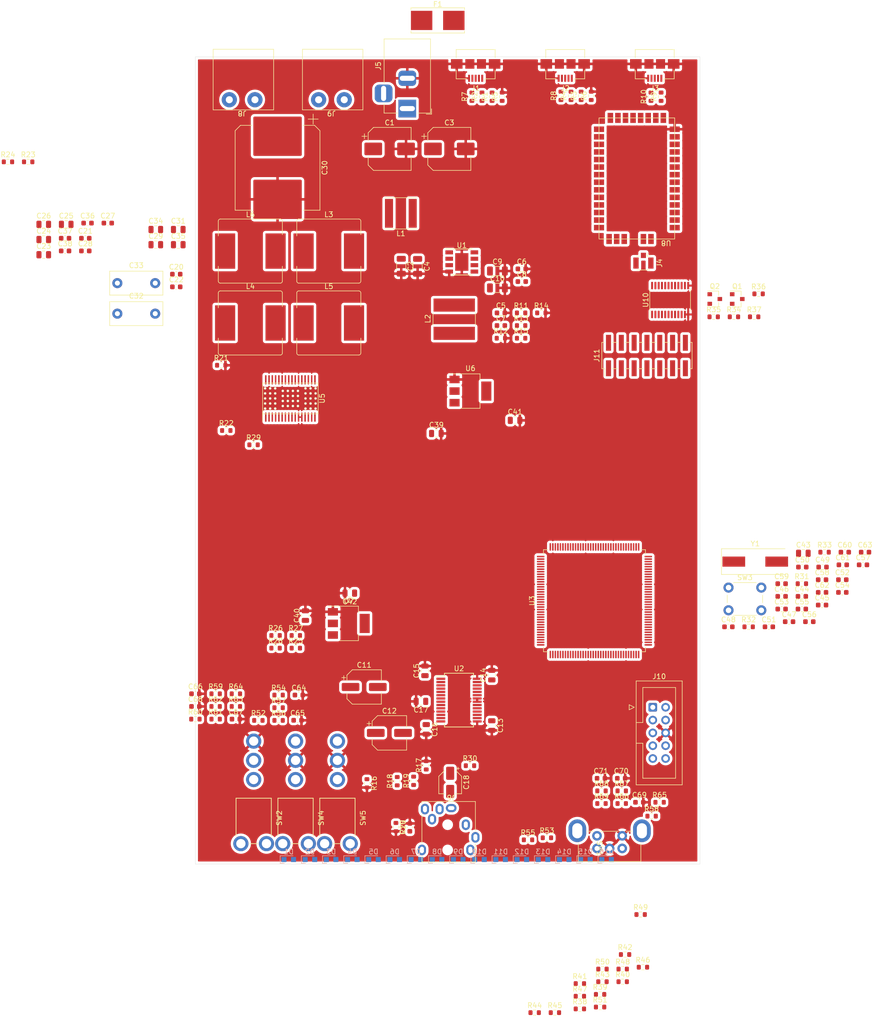
<source format=kicad_pcb>
(kicad_pcb (version 20201116) (generator pcbnew)

  (general
    (thickness 1.6)
  )

  (paper "A4")
  (layers
    (0 "F.Cu" signal)
    (31 "B.Cu" signal)
    (32 "B.Adhes" user "B.Adhesive")
    (33 "F.Adhes" user "F.Adhesive")
    (34 "B.Paste" user)
    (35 "F.Paste" user)
    (36 "B.SilkS" user "B.Silkscreen")
    (37 "F.SilkS" user "F.Silkscreen")
    (38 "B.Mask" user)
    (39 "F.Mask" user)
    (40 "Dwgs.User" user "User.Drawings")
    (41 "Cmts.User" user "User.Comments")
    (42 "Eco1.User" user "User.Eco1")
    (43 "Eco2.User" user "User.Eco2")
    (44 "Edge.Cuts" user)
    (45 "Margin" user)
    (46 "B.CrtYd" user "B.Courtyard")
    (47 "F.CrtYd" user "F.Courtyard")
    (48 "B.Fab" user)
    (49 "F.Fab" user)
  )

  (setup
    (pcbplotparams
      (layerselection 0x00010fc_ffffffff)
      (disableapertmacros false)
      (usegerberextensions false)
      (usegerberattributes true)
      (usegerberadvancedattributes true)
      (creategerberjobfile true)
      (svguseinch false)
      (svgprecision 6)
      (excludeedgelayer true)
      (plotframeref false)
      (viasonmask false)
      (mode 1)
      (useauxorigin false)
      (hpglpennumber 1)
      (hpglpenspeed 20)
      (hpglpendiameter 15.000000)
      (psnegative false)
      (psa4output false)
      (plotreference true)
      (plotvalue true)
      (plotinvisibletext false)
      (sketchpadsonfab false)
      (subtractmaskfromsilk false)
      (outputformat 1)
      (mirror false)
      (drillshape 1)
      (scaleselection 1)
      (outputdirectory "")
    )
  )


  (net 0 "")
  (net 1 "/~SPK_FAULT")
  (net 2 "/Processor/~RST")
  (net 3 "Net-(J10-Pad5)")
  (net 4 "/Processor/SWCLK")
  (net 5 "/~SPK_SD")
  (net 6 "/HP_DETECT")
  (net 7 "+5V")
  (net 8 "Net-(J10-Pad3)")
  (net 9 "/Processor/SWDIO")
  (net 10 "/Bluetooth/SCL")
  (net 11 "/MIC2")
  (net 12 "GND")
  (net 13 "Net-(R58-Pad2)")
  (net 14 "Net-(R59-Pad2)")
  (net 15 "/MIC1")
  (net 16 "Net-(D1-Pad1)")
  (net 17 "Net-(C31-Pad1)")
  (net 18 "Net-(C25-Pad2)")
  (net 19 "Net-(C24-Pad2)")
  (net 20 "Net-(C24-Pad1)")
  (net 21 "Net-(C25-Pad1)")
  (net 22 "Net-(C1-Pad1)")
  (net 23 "/19V_ANALOG")
  (net 24 "Net-(C5-Pad1)")
  (net 25 "Net-(C6-Pad1)")
  (net 26 "Net-(C7-Pad1)")
  (net 27 "Net-(C7-Pad2)")
  (net 28 "Net-(C8-Pad1)")
  (net 29 "+3.3VA")
  (net 30 "Net-(C11-Pad1)")
  (net 31 "Net-(C11-Pad2)")
  (net 32 "Net-(C12-Pad1)")
  (net 33 "Net-(C12-Pad2)")
  (net 34 "Net-(C13-Pad1)")
  (net 35 "/Speaker Amplifier/3.3V")
  (net 36 "Net-(C18-Pad1)")
  (net 37 "Net-(C18-Pad2)")
  (net 38 "Net-(C20-Pad1)")
  (net 39 "Net-(C23-Pad1)")
  (net 40 "Net-(C23-Pad2)")
  (net 41 "Net-(C26-Pad1)")
  (net 42 "Net-(C26-Pad2)")
  (net 43 "Net-(C29-Pad1)")
  (net 44 "Net-(C32-Pad1)")
  (net 45 "Net-(C33-Pad1)")
  (net 46 "Net-(C36-Pad1)")
  (net 47 "Net-(C36-Pad2)")
  (net 48 "Net-(C37-Pad1)")
  (net 49 "Net-(F1-Pad2)")
  (net 50 "Net-(J1-Pad1)")
  (net 51 "Net-(J1-Pad2)")
  (net 52 "Net-(J1-Pad3)")
  (net 53 "Net-(J1-Pad4)")
  (net 54 "Net-(J2-Pad1)")
  (net 55 "Net-(J2-Pad2)")
  (net 56 "Net-(J2-Pad3)")
  (net 57 "Net-(J2-Pad4)")
  (net 58 "Net-(J3-Pad1)")
  (net 59 "Net-(J3-Pad2)")
  (net 60 "Net-(J3-Pad3)")
  (net 61 "Net-(J3-Pad4)")
  (net 62 "Net-(J5-Pad3)")
  (net 63 "/Processor/USB1_DETECT")
  (net 64 "/Processor/USB1_DM")
  (net 65 "/Processor/USB2_DETECT")
  (net 66 "/Processor/USB2_DM")
  (net 67 "/Processor/USB1_DP")
  (net 68 "/Processor/USB2_DP")
  (net 69 "/Bluetooth/USB3_DM")
  (net 70 "/Bluetooth/USB3_DP")
  (net 71 "Net-(R11-Pad1)")
  (net 72 "Net-(R13-Pad1)")
  (net 73 "Net-(R18-Pad2)")
  (net 74 "Net-(R19-Pad2)")
  (net 75 "Net-(R22-Pad1)")
  (net 76 "Net-(SW2-Pad1)")
  (net 77 "Net-(D2-Pad1)")
  (net 78 "/BT2")
  (net 79 "Net-(U2-Pad2)")
  (net 80 "Net-(J4-Pad1)")
  (net 81 "Net-(J4-Pad2)")
  (net 82 "/AMP_I2C_SDA")
  (net 83 "Net-(R25-Pad2)")
  (net 84 "Net-(U2-Pad12)")
  (net 85 "Net-(U2-Pad13)")
  (net 86 "Net-(U2-Pad19)")
  (net 87 "Net-(U2-Pad20)")
  (net 88 "/SDO")
  (net 89 "Net-(R26-Pad2)")
  (net 90 "Net-(D3-Pad1)")
  (net 91 "Net-(U2-Pad26)")
  (net 92 "Net-(U3-Pad1)")
  (net 93 "Net-(U3-Pad2)")
  (net 94 "Net-(U3-Pad3)")
  (net 95 "Net-(U3-Pad4)")
  (net 96 "Net-(U3-Pad5)")
  (net 97 "+3V3")
  (net 98 "Net-(U3-Pad7)")
  (net 99 "Net-(U3-Pad8)")
  (net 100 "Net-(U3-Pad9)")
  (net 101 "/BT_I2C_SDA")
  (net 102 "/BT_I2C_SCL")
  (net 103 "Net-(U3-Pad12)")
  (net 104 "Net-(U3-Pad13)")
  (net 105 "Net-(U3-Pad14)")
  (net 106 "Net-(U3-Pad15)")
  (net 107 "Net-(U3-Pad18)")
  (net 108 "Net-(U3-Pad19)")
  (net 109 "Net-(U3-Pad20)")
  (net 110 "Net-(U3-Pad21)")
  (net 111 "Net-(U3-Pad22)")
  (net 112 "Net-(C49-Pad2)")
  (net 113 "Net-(C50-Pad2)")
  (net 114 "/Bluetooth/SCL_1V8")
  (net 115 "Net-(U3-Pad26)")
  (net 116 "Net-(U3-Pad27)")
  (net 117 "/AMP_I2S_SDI")
  (net 118 "/AMP_I2S_SDO")
  (net 119 "/Bluetooth/SDA")
  (net 120 "Net-(U3-Pad34)")
  (net 121 "Net-(U3-Pad35)")
  (net 122 "Net-(U3-Pad36)")
  (net 123 "Net-(U3-Pad37)")
  (net 124 "Net-(U3-Pad40)")
  (net 125 "Net-(U3-Pad41)")
  (net 126 "Net-(U3-Pad42)")
  (net 127 "Net-(U3-Pad43)")
  (net 128 "Net-(U3-Pad44)")
  (net 129 "Net-(U3-Pad45)")
  (net 130 "Net-(U3-Pad46)")
  (net 131 "Net-(U3-Pad47)")
  (net 132 "Net-(U3-Pad48)")
  (net 133 "Net-(U3-Pad49)")
  (net 134 "Net-(U3-Pad50)")
  (net 135 "Net-(R27-Pad2)")
  (net 136 "Net-(R28-Pad2)")
  (net 137 "Net-(U3-Pad56)")
  (net 138 "Net-(U3-Pad57)")
  (net 139 "Net-(U3-Pad58)")
  (net 140 "Net-(U3-Pad59)")
  (net 141 "Net-(U3-Pad60)")
  (net 142 "Net-(U3-Pad63)")
  (net 143 "Net-(U3-Pad64)")
  (net 144 "Net-(U3-Pad65)")
  (net 145 "Net-(U3-Pad66)")
  (net 146 "Net-(U3-Pad67)")
  (net 147 "Net-(U3-Pad68)")
  (net 148 "/AMP_I2S_CK")
  (net 149 "Net-(U3-Pad70)")
  (net 150 "Net-(C52-Pad1)")
  (net 151 "Net-(U3-Pad73)")
  (net 152 "Net-(U3-Pad77)")
  (net 153 "Net-(U3-Pad78)")
  (net 154 "Net-(U3-Pad79)")
  (net 155 "Net-(U3-Pad80)")
  (net 156 "Net-(U3-Pad81)")
  (net 157 "Net-(U3-Pad82)")
  (net 158 "Net-(U3-Pad85)")
  (net 159 "Net-(U3-Pad86)")
  (net 160 "Net-(U3-Pad87)")
  (net 161 "Net-(U3-Pad88)")
  (net 162 "Net-(U3-Pad89)")
  (net 163 "Net-(U3-Pad90)")
  (net 164 "Net-(U3-Pad91)")
  (net 165 "Net-(U3-Pad92)")
  (net 166 "Net-(U3-Pad93)")
  (net 167 "/AMP_I2S_MCK")
  (net 168 "/BT_I2S_MCK")
  (net 169 "Net-(U3-Pad98)")
  (net 170 "Net-(U3-Pad99)")
  (net 171 "Net-(U3-Pad100)")
  (net 172 "Net-(U3-Pad101)")
  (net 173 "/Bluetooth/SDA_1V8")
  (net 174 "Net-(C54-Pad1)")
  (net 175 "/BT_I2S_WS")
  (net 176 "Net-(U3-Pad111)")
  (net 177 "Net-(U3-Pad112)")
  (net 178 "Net-(U3-Pad113)")
  (net 179 "Net-(U3-Pad114)")
  (net 180 "Net-(U3-Pad115)")
  (net 181 "Net-(U3-Pad116)")
  (net 182 "Net-(U3-Pad117)")
  (net 183 "Net-(U3-Pad118)")
  (net 184 "Net-(U3-Pad119)")
  (net 185 "Net-(U3-Pad122)")
  (net 186 "Net-(U3-Pad123)")
  (net 187 "Net-(U3-Pad124)")
  (net 188 "Net-(U3-Pad125)")
  (net 189 "Net-(U3-Pad126)")
  (net 190 "Net-(U3-Pad127)")
  (net 191 "Net-(U3-Pad128)")
  (net 192 "Net-(U3-Pad129)")
  (net 193 "Net-(U3-Pad132)")
  (net 194 "/BT_I2S_CK")
  (net 195 "/BT_I2S_SDI")
  (net 196 "/BT_I2S_SDO")
  (net 197 "Net-(J11-Pad8)")
  (net 198 "Net-(U3-Pad139)")
  (net 199 "/AMP_I2S_WS")
  (net 200 "Net-(U3-Pad141)")
  (net 201 "Net-(U3-Pad142)")
  (net 202 "Net-(R52-Pad2)")
  (net 203 "Net-(D4-Pad1)")
  (net 204 "Net-(R54-Pad2)")
  (net 205 "Net-(R29-Pad2)")
  (net 206 "Net-(R30-Pad2)")
  (net 207 "Net-(U8-Pad39)")
  (net 208 "Net-(U8-Pad38)")
  (net 209 "Net-(U8-Pad37)")
  (net 210 "Net-(U8-Pad36)")
  (net 211 "Net-(U8-Pad35)")
  (net 212 "Net-(U8-Pad34)")
  (net 213 "Net-(U8-Pad33)")
  (net 214 "Net-(U8-Pad32)")
  (net 215 "Net-(U8-Pad31)")
  (net 216 "Net-(U8-Pad30)")
  (net 217 "Net-(U8-Pad29)")
  (net 218 "Net-(U8-Pad28)")
  (net 219 "Net-(U8-Pad27)")
  (net 220 "Net-(U8-Pad26)")
  (net 221 "Net-(U8-Pad25)")
  (net 222 "Net-(U8-Pad24)")
  (net 223 "Net-(U8-Pad23)")
  (net 224 "Net-(U8-Pad20)")
  (net 225 "Net-(U8-Pad17)")
  (net 226 "Net-(U8-Pad16)")
  (net 227 "Net-(U8-Pad12)")
  (net 228 "Net-(U8-Pad11)")
  (net 229 "/Bluetooth/SPI{slash}~PCM")
  (net 230 "Net-(J11-Pad6)")
  (net 231 "Net-(J11-Pad5)")
  (net 232 "Net-(J11-Pad4)")
  (net 233 "Net-(U8-Pad6)")
  (net 234 "Net-(U8-Pad5)")
  (net 235 "Net-(U8-Pad4)")
  (net 236 "Net-(U8-Pad3)")
  (net 237 "Net-(U8-Pad2)")
  (net 238 "Net-(U8-Pad1)")
  (net 239 "+1V8")
  (net 240 "/Bluetooth/CK")
  (net 241 "/Bluetooth/WS")
  (net 242 "/Bluetooth/SDI")
  (net 243 "Net-(U10-Pad24)")
  (net 244 "Net-(U10-Pad23)")
  (net 245 "Net-(U10-Pad22)")
  (net 246 "Net-(J11-Pad3)")
  (net 247 "Net-(J11-Pad2)")
  (net 248 "Net-(J11-Pad1)")
  (net 249 "/Bluetooth/SPI{slash}~PCM_1V8")
  (net 250 "Net-(U10-Pad17)")
  (net 251 "Net-(U10-Pad16)")
  (net 252 "Net-(U10-Pad15)")
  (net 253 "Net-(U10-Pad14)")
  (net 254 "/Bluetooth/SDI_1V8")
  (net 255 "Net-(U10-Pad10)")
  (net 256 "Net-(U10-Pad9)")
  (net 257 "Net-(U10-Pad8)")
  (net 258 "Net-(U10-Pad7)")
  (net 259 "Net-(J11-Pad10)")
  (net 260 "Net-(J11-Pad12)")
  (net 261 "Net-(J11-Pad14)")
  (net 262 "Net-(R32-Pad2)")
  (net 263 "Net-(U10-Pad2)")
  (net 264 "Net-(U10-Pad1)")
  (net 265 "Net-(J10-Pad10)")
  (net 266 "Net-(J10-Pad8)")
  (net 267 "Net-(J10-Pad9)")
  (net 268 "Net-(J10-Pad7)")
  (net 269 "/Bluetooth/CK_1V8")
  (net 270 "/Bluetooth/WS_1V8")
  (net 271 "Net-(R60-Pad2)")
  (net 272 "Net-(D5-Pad1)")
  (net 273 "Net-(R63-Pad2)")
  (net 274 "Net-(D6-Pad1)")
  (net 275 "Net-(D7-Pad1)")
  (net 276 "Net-(D8-Pad1)")
  (net 277 "Net-(D9-Pad1)")
  (net 278 "Net-(D10-Pad1)")
  (net 279 "Net-(D11-Pad1)")
  (net 280 "Net-(D12-Pad1)")
  (net 281 "Net-(D13-Pad1)")
  (net 282 "Net-(D14-Pad1)")
  (net 283 "Net-(D15-Pad1)")
  (net 284 "Net-(D16-Pad1)")
  (net 285 "/AMP_I2C_SCL")
  (net 286 "/VOL0")
  (net 287 "/VOL1")
  (net 288 "/VOL2")
  (net 289 "/VOL3")
  (net 290 "/VOL4")
  (net 291 "/VOL5")
  (net 292 "/VOL6")
  (net 293 "/VOL7")
  (net 294 "/VOL8")
  (net 295 "/VOL9")
  (net 296 "/VOL10")
  (net 297 "/VOL11")
  (net 298 "/VOL12")
  (net 299 "/VOL13")
  (net 300 "/VOL14")
  (net 301 "/BT1")
  (net 302 "/VOL15")
  (net 303 "/ENC_SW")
  (net 304 "Net-(R66-Pad2)")
  (net 305 "/PWR")
  (net 306 "Net-(R67-Pad2)")
  (net 307 "/ENC_A")
  (net 308 "/ENC_B")
  (net 309 "Net-(J6-PadT)")
  (net 310 "Net-(J6-PadSW2)")
  (net 311 "Net-(J6-PadSW1)")
  (net 312 "Net-(J6-PadS)")
  (net 313 "Net-(J6-PadR2)")
  (net 314 "Net-(J6-PadR1)")
  (net 315 "Net-(J6-PadG)")

  (footprint "Resistor_SMD:R_0603_1608Metric" (layer "F.Cu") (at 137.45 32.725 90))

  (footprint "Resistor_SMD:R_0603_1608Metric" (layer "F.Cu") (at 139.45 32.725 90))

  (footprint "Resistor_SMD:R_0603_1608Metric" (layer "F.Cu") (at 143.45 32.725 90))

  (footprint "Resistor_SMD:R_0603_1608Metric" (layer "F.Cu") (at 123.8 32.9 90))

  (footprint "Connector_USB:USB_Micro-B_Amphenol_10104110_Horizontal" (layer "F.Cu") (at 138.3 27.7 180))

  (footprint "Package_QFP:LQFP-144_20x20mm_P0.5mm" (layer "F.Cu") (at 144.1 132.8 90))

  (footprint "Connector_USB:USB_Micro-B_Amphenol_10104110_Horizontal" (layer "F.Cu") (at 156.05 27.7 180))

  (footprint "Resistor_SMD:R_0603_1608Metric" (layer "F.Cu") (at 125.8 32.9 90))

  (footprint "Resistor_SMD:R_0603_1608Metric" (layer "F.Cu") (at 119.8 32.9 90))

  (footprint "Resistor_SMD:R_0603_1608Metric" (layer "F.Cu") (at 157.3 32.9 90))

  (footprint "Resistor_SMD:R_0603_1608Metric" (layer "F.Cu") (at 121.8 32.9 90))

  (footprint "Resistor_SMD:R_0603_1608Metric" (layer "F.Cu") (at 141.45 32.725 90))

  (footprint "Package_SO:SSOP-28_5.3x10.2mm_P0.65mm" (layer "F.Cu") (at 117.25 152.5))

  (footprint "Package_SO:Diodes_SO-8EP" (layer "F.Cu") (at 117.8025 65.655))

  (footprint "Connector_USB:USB_Micro-B_Amphenol_10104110_Horizontal" (layer "F.Cu") (at 120.55 27.7 180))

  (footprint "Resistor_SMD:R_0603_1608Metric" (layer "F.Cu") (at 155.3 32.9 90))

  (footprint "Connector_BarrelJack:BarrelJack_Horizontal" (layer "F.Cu") (at 107 35.25 -90))

  (footprint "Capacitor_SMD:C_0805_2012Metric" (layer "F.Cu") (at 123.75 157.55 -90))

  (footprint "Capacitor_SMD:C_0805_2012Metric" (layer "F.Cu") (at 123.75 147.55 90))

  (footprint "Capacitor_SMD:C_0805_2012Metric" (layer "F.Cu") (at 110.5 146.7 90))

  (footprint "Resistor_SMD:R_0603_1608Metric" (layer "F.Cu") (at 99 169 -90))

  (footprint "Resistor_SMD:R_0603_1608Metric" (layer "F.Cu") (at 110.75 165.425 90))

  (footprint "Capacitor_SMD:C_0805_2012Metric" (layer "F.Cu") (at 110.75 158.3 -90))

  (footprint "Capacitor_SMD:C_0805_2012Metric" (layer "F.Cu") (at 109.7 152.75 180))

  (footprint "Capacitor_SMD:C_0603_1608Metric" (layer "F.Cu") (at 125.55 75.75))

  (footprint "Capacitor_SMD:C_0603_1608Metric" (layer "F.Cu") (at 125.55 78.26))

  (footprint "Resistor_SMD:R_0603_1608Metric" (layer "F.Cu") (at 129.56 75.75))

  (footprint "Resistor_SMD:R_0603_1608Metric" (layer "F.Cu") (at 125.55 80.77))

  (footprint "Resistor_SMD:R_0603_1608Metric" (layer "F.Cu") (at 129.56 78.26))

  (footprint "Resistor_SMD:R_0603_1608Metric" (layer "F.Cu") (at 133.57 75.75))

  (footprint "Resistor_SMD:R_0603_1608Metric" (layer "F.Cu") (at 129.56 80.77))

  (footprint "Resistor_SMD:R_0603_1608Metric" (layer "F.Cu") (at 108.25 168.5 90))

  (footprint "Resistor_SMD:R_0603_1608Metric" (layer "F.Cu") (at 104.75 177.675 -90))

  (footprint "Resistor_SMD:R_0603_1608Metric" (layer "F.Cu") (at 105 168.575 90))

  (footprint "Capacitor_SMD:CP_Elec_8x10" (layer "F.Cu") (at 103.5 43.25))

  (footprint "Capacitor_SMD:C_1206_3216Metric" (layer "F.Cu") (at 105.8 66.5 -90))

  (footprint "Capacitor_SMD:CP_Elec_8x10" (layer "F.Cu") (at 115.33 43.25))

  (footprint "Capacitor_SMD:C_1206_3216Metric" (layer "F.Cu") (at 109.05 66.525 -90))

  (footprint "Inductor_SMD:L_Bourns-SRN8040_8x8.15mm" (layer "F.Cu") (at 116.3 77 90))

  (footprint "Capacitor_SMD:C_0603_1608Metric" (layer "F.Cu") (at 107.5 177.725 90))

  (footprint "Inductor_SMD:L_Taiyo-Yuden_NR-60xx" (layer "F.Cu") (at 105.72 56.02 180))

  (footprint "Capacitor_SMD:CP_Elec_6.3x7.7" (layer "F.Cu") (at 98.45 149.9))

  (footprint "Capacitor_SMD:CP_Elec_6.3x7.7" (layer "F.Cu")
    (tedit 5BCA39D0) (tstamp 00000000-0000-0000-0000-00005fb07a2f)
    (at 103.45 159)
    (descr "SMD capacitor, aluminum electrolytic, Nichicon, 6.3x7.7mm")
    (tags "capacitor electrolytic")
    (property "Dateiname Blatt" "headphone-amp.kicad_sch")
    (property "Schaltplanname" "Headphone Amplifier")
    (path "/00000000-0000-0000-0000-00005fa5bd36/00000000-0000-0000-0000-00005fb761de")
    (attr smd)
    (fp_text reference "C12" (at 0 -4.35) (layer "F.SilkS")
      (effects (font (size 1 1) (thickness 0.15)))
      (tstamp a64ec2c1-a9af-4f7b-9a31-eb3f672f9902)
    )
    (fp_text value "220uF" (at 0 4.35) (layer "F.Fab")
      (effects (font (size 1 1) (thickness 0.15)))
      (tstamp 1ff3873f-285a-4a30-8ebc-7b3fe0bb7981)
    )
    (fp_text user "${REFERENCE}" (at 0 0) (layer "F.Fab")
      (effects (font (size 1 1) (thickness 0.15)))
      (tstamp 8ed30ed8-073e-464f-99ee-ca229a6b2865)
    )
    (fp_line (start -3.41 -2.345563) (end -2.345563 -3.41) (layer "F.SilkS") (width 0.12) (tstamp 0a04f58f-f25e-4841-a9e7-22e05aac0664))
    (fp_line (start -3.41 2.345563) (end -3.41 1.06) (layer "F.SilkS") (width 0.12) (tstamp 1b422f8d-be42-48a9-affe-79513a3cefbc))
    (fp_line (start -4.4375 -1.8475) (end -3.65 -1.8475) (layer "F.SilkS") (width 0.12) (tstamp 404e15e4-75a8-451f-b270-8ca63c21e5ea))
    (fp_line (start -3.41 2.345563) (end -2.345563 3.41) (layer "F.SilkS") (width 0.12) (tstamp 4a4a0e66-8d00-4129-a8b7-2a7c23a810d8))
    (fp_line (start -2.345563 3.41) (end 3.41 3.41) (layer "F.SilkS") (width 0.12) (tstamp 774834b8-af25-4cf6-9b6f-d36bb8d416fe))
    (fp_line (start -3.41 -2.345563) (end -3.41 -1.06) (layer "F.SilkS") (width 0.12) (tstamp b43ee947-ce47-4858-8a25-51145111d02a))
    (fp_line (start -4.04375 -2.24125) (end -4.04375 -1.45375) (layer "F.SilkS") (width 0.12) (tstamp baadaa39-51b0-4a8e-9821-30a306f5e2b3))
    (fp_line (start 3.41 3.41) (end 3.41 1.06) (layer "F.SilkS") (width 0.12) (tstamp c4f6964a-2a9f-4747-9df5-c7d6251efc0e))
    (fp_line (start -2.345563 -3.41) (end 3.41 -3.41) (layer "F.SilkS") (width 0.12) (tstamp ef31840f-676c-488c-bcdd-a2f27b177c05))
    (fp_line (start 3.41 -3.41) (end 3.41 -1.06) (layer "F.SilkS") (width 0.12) (tstamp f89c8ffd-66d6-4115-ad38-957fd1ff2750))
    (fp_line (start -3.55 1.05) (end -3.55 2.4) (layer "F.CrtYd") (width 0.05) (tstamp 00f3fa49-15ac-44b5-b0f0-780f62509497))
    (fp_line (start -3.55 2.4) (end -2.4 3.55) (layer "F.CrtYd") (width 0.05) (tstamp 240ba7
... [1399051 chars truncated]
</source>
